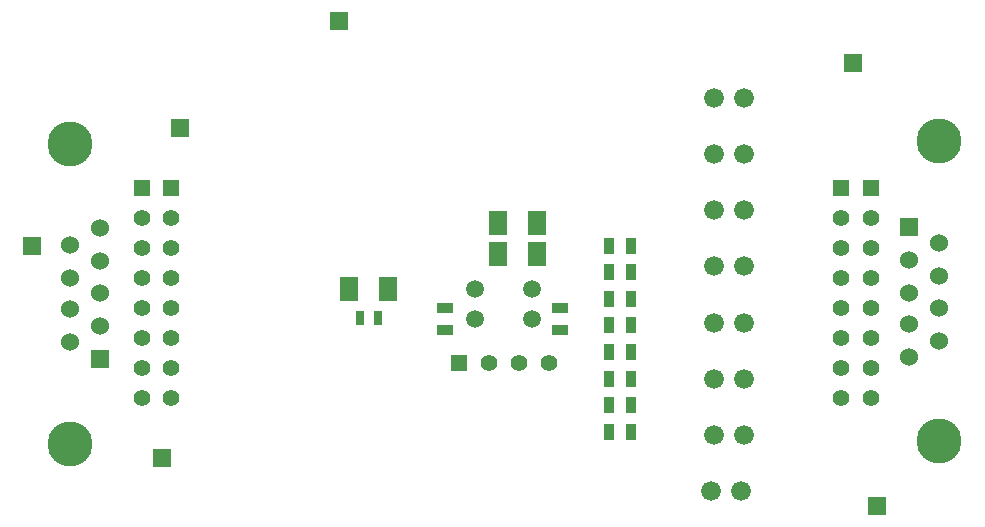
<source format=gts>
G04 (created by PCBNEW (2013-jul-07)-stable) date śro, 10 cze 2015, 22:30:10*
%MOIN*%
G04 Gerber Fmt 3.4, Leading zero omitted, Abs format*
%FSLAX34Y34*%
G01*
G70*
G90*
G04 APERTURE LIST*
%ADD10C,0.00590551*%
%ADD11C,0.15*%
%ADD12R,0.06X0.06*%
%ADD13C,0.06*%
%ADD14R,0.06X0.08*%
%ADD15R,0.035X0.055*%
%ADD16R,0.055X0.035*%
%ADD17R,0.025X0.045*%
%ADD18C,0.066*%
%ADD19R,0.055X0.055*%
%ADD20C,0.055*%
%ADD21C,0.0590551*%
%ADD22R,0.0590551X0.0590551*%
G04 APERTURE END LIST*
G54D10*
G54D11*
X49106Y-43435D03*
X49106Y-33435D03*
G54D12*
X50106Y-40585D03*
G54D13*
X50106Y-39485D03*
X50106Y-38385D03*
X50106Y-37335D03*
X50106Y-36235D03*
X49106Y-36785D03*
X49106Y-37885D03*
X49106Y-38935D03*
X49106Y-40035D03*
G54D11*
X78059Y-33335D03*
X78059Y-43335D03*
G54D12*
X77059Y-36185D03*
G54D13*
X77059Y-37285D03*
X77059Y-38385D03*
X77059Y-39435D03*
X77059Y-40535D03*
X78059Y-39985D03*
X78059Y-38885D03*
X78059Y-37835D03*
X78059Y-36735D03*
G54D14*
X63365Y-36062D03*
X64665Y-36062D03*
X58405Y-38267D03*
X59705Y-38267D03*
G54D15*
X67796Y-41240D03*
X67046Y-41240D03*
X67796Y-36811D03*
X67046Y-36811D03*
X67796Y-40354D03*
X67046Y-40354D03*
X67796Y-43011D03*
X67046Y-43011D03*
X67796Y-39468D03*
X67046Y-39468D03*
X67796Y-42125D03*
X67046Y-42125D03*
X67796Y-38582D03*
X67046Y-38582D03*
X67796Y-37696D03*
X67046Y-37696D03*
G54D16*
X61574Y-39626D03*
X61574Y-38876D03*
X65433Y-39626D03*
X65433Y-38876D03*
G54D17*
X59355Y-39212D03*
X58755Y-39212D03*
G54D18*
X70562Y-41240D03*
X71562Y-41240D03*
X70562Y-39370D03*
X71562Y-39370D03*
X70464Y-44980D03*
X71464Y-44980D03*
X70562Y-37500D03*
X71562Y-37500D03*
X70562Y-43110D03*
X71562Y-43110D03*
X70562Y-35629D03*
X71562Y-35629D03*
X70562Y-33759D03*
X71562Y-33759D03*
X70562Y-31889D03*
X71562Y-31889D03*
G54D19*
X74803Y-34885D03*
G54D20*
X74803Y-35885D03*
X74803Y-36885D03*
X74803Y-37885D03*
X74803Y-38885D03*
X74803Y-39885D03*
X74803Y-40885D03*
X74803Y-41885D03*
G54D19*
X51476Y-34885D03*
G54D20*
X51476Y-35885D03*
X51476Y-36885D03*
X51476Y-37885D03*
X51476Y-38885D03*
X51476Y-39885D03*
X51476Y-40885D03*
X51476Y-41885D03*
G54D19*
X75787Y-34885D03*
G54D20*
X75787Y-35885D03*
X75787Y-36885D03*
X75787Y-37885D03*
X75787Y-38885D03*
X75787Y-39885D03*
X75787Y-40885D03*
X75787Y-41885D03*
G54D19*
X62043Y-40708D03*
G54D20*
X63043Y-40708D03*
X64043Y-40708D03*
X65043Y-40708D03*
G54D19*
X52460Y-34885D03*
G54D20*
X52460Y-35885D03*
X52460Y-36885D03*
X52460Y-37885D03*
X52460Y-38885D03*
X52460Y-39885D03*
X52460Y-40885D03*
X52460Y-41885D03*
G54D14*
X63365Y-37086D03*
X64665Y-37086D03*
G54D21*
X64488Y-39240D03*
X64488Y-38240D03*
X62598Y-39240D03*
X62598Y-38240D03*
G54D22*
X52755Y-32874D03*
X52165Y-43897D03*
X58070Y-29330D03*
X47834Y-36811D03*
X75984Y-45472D03*
X75196Y-30708D03*
M02*

</source>
